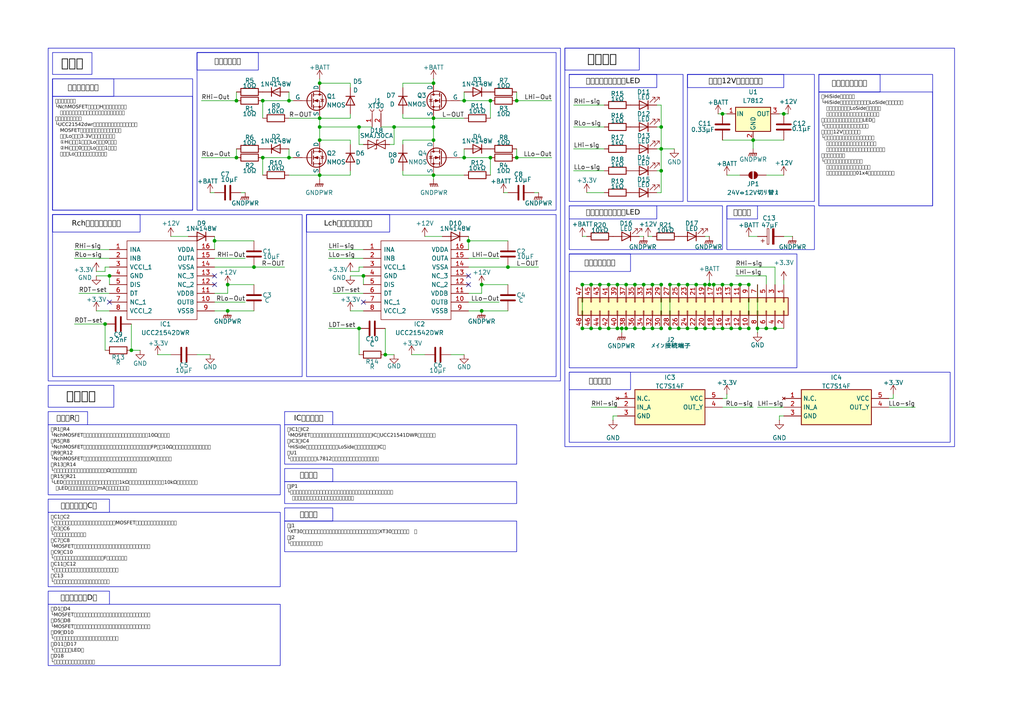
<source format=kicad_sch>
(kicad_sch (version 20231120) (generator "eeschema") (generator_version "8.0")
  (paper "A4")
  (lib_symbols
    (symbol "Connector:Conn_01x02_Socket" (pin_names (offset 1.016) hide)
      (property "Reference" "J" (at 0 2.54 0))
      (property "Value" "Conn_01x02_Socket" (at 0 -5.08 0))
      (symbol "Conn_01x02_Socket_1_1"
        (pin passive line (at -5.08 0 0) (length 3.81) (name "Pin_1") (number "1"))
        (pin passive line (at -5.08 -2.54 0) (length 3.81) (name "Pin_2") (number "2"))
      )
    )
    (symbol "Connector_Generic:Conn_02x24_Odd_Even" (pin_names (offset 1.016) hide)
      (property "Reference" "J" (at 1.27 30.48 0))
      (property "Value" "Conn_02x24_Odd_Even" (at 1.27 -33.02 0))
      (symbol "Conn_02x24_Odd_Even_1_1"
        (pin passive line (at -5.08 27.94 0) (length 3.81) (name "Pin_1") (number "1"))
        (pin passive line (at 7.62 17.78 180) (length 3.81) (name "Pin_10") (number "10"))
        (pin passive line (at -5.08 15.24 0) (length 3.81) (name "Pin_11") (number "11"))
        (pin passive line (at 7.62 15.24 180) (length 3.81) (name "Pin_12") (number "12"))
        (pin passive line (at -5.08 12.7 0) (length 3.81) (name "Pin_13") (number "13"))
        (pin passive line (at 7.62 12.7 180) (length 3.81) (name "Pin_14") (number "14"))
        (pin passive line (at -5.08 10.16 0) (length 3.81) (name "Pin_15") (number "15"))
        (pin passive line (at 7.62 10.16 180) (length 3.81) (name "Pin_16") (number "16"))
        (pin passive line (at -5.08 7.62 0) (length 3.81) (name "Pin_17") (number "17"))
        (pin passive line (at 7.62 7.62 180) (length 3.81) (name "Pin_18") (number "18"))
        (pin passive line (at -5.08 5.08 0) (length 3.81) (name "Pin_19") (number "19"))
        (pin passive line (at 7.62 27.94 180) (length 3.81) (name "Pin_2") (number "2"))
        (pin passive line (at 7.62 5.08 180) (length 3.81) (name "Pin_20") (number "20"))
        (pin passive line (at -5.08 2.54 0) (length 3.81) (name "Pin_21") (number "21"))
        (pin passive line (at 7.62 2.54 180) (length 3.81) (name "Pin_22") (number "22"))
        (pin passive line (at -5.08 0 0) (length 3.81) (name "Pin_23") (number "23"))
        (pin passive line (at 7.62 0 180) (length 3.81) (name "Pin_24") (number "24"))
        (pin passive line (at -5.08 -2.54 0) (length 3.81) (name "Pin_25") (number "25"))
        (pin passive line (at 7.62 -2.54 180) (length 3.81) (name "Pin_26") (number "26"))
        (pin passive line (at -5.08 -5.08 0) (length 3.81) (name "Pin_27") (number "27"))
        (pin passive line (at 7.62 -5.08 180) (length 3.81) (name "Pin_28") (number "28"))
        (pin passive line (at -5.08 -7.62 0) (length 3.81) (name "Pin_29") (number "29"))
        (pin passive line (at -5.08 25.4 0) (length 3.81) (name "Pin_3") (number "3"))
        (pin passive line (at 7.62 -7.62 180) (length 3.81) (name "Pin_30") (number "30"))
        (pin passive line (at -5.08 -10.16 0) (length 3.81) (name "Pin_31") (number "31"))
        (pin passive line (at 7.62 -10.16 180) (length 3.81) (name "Pin_32") (number "32"))
        (pin passive line (at -5.08 -12.7 0) (length 3.81) (name "Pin_33") (number "33"))
        (pin passive line (at 7.62 -12.7 180) (length 3.81) (name "Pin_34") (number "34"))
        (pin passive line (at -5.08 -15.24 0) (length 3.81) (name "Pin_35") (number "35"))
        (pin passive line (at 7.62 -15.24 180) (length 3.81) (name "Pin_36") (number "36"))
        (pin passive line (at -5.08 -17.78 0) (length 3.81) (name "Pin_37") (number "37"))
        (pin passive line (at 7.62 -17.78 180) (length 3.81) (name "Pin_38") (number "38"))
        (pin passive line (at -5.08 -20.32 0) (length 3.81) (name "Pin_39") (number "39"))
        (pin passive line (at 7.62 25.4 180) (length 3.81) (name "Pin_4") (number "4"))
        (pin passive line (at 7.62 -20.32 180) (length 3.81) (name "Pin_40") (number "40"))
        (pin passive line (at -5.08 -22.86 0) (length 3.81) (name "Pin_41") (number "41"))
        (pin passive line (at 7.62 -22.86 180) (length 3.81) (name "Pin_42") (number "42"))
        (pin passive line (at -5.08 -25.4 0) (length 3.81) (name "Pin_43") (number "43"))
        (pin passive line (at 7.62 -25.4 180) (length 3.81) (name "Pin_44") (number "44"))
        (pin passive line (at -5.08 -27.94 0) (length 3.81) (name "Pin_45") (number "45"))
        (pin passive line (at 7.62 -27.94 180) (length 3.81) (name "Pin_46") (number "46"))
        (pin passive line (at -5.08 -30.48 0) (length 3.81) (name "Pin_47") (number "47"))
        (pin passive line (at 7.62 -30.48 180) (length 3.81) (name "Pin_48") (number "48"))
        (pin passive line (at -5.08 22.86 0) (length 3.81) (name "Pin_5") (number "5"))
        (pin passive line (at 7.62 22.86 180) (length 3.81) (name "Pin_6") (number "6"))
        (pin passive line (at -5.08 20.32 0) (length 3.81) (name "Pin_7") (number "7"))
        (pin passive line (at 7.62 20.32 180) (length 3.81) (name "Pin_8") (number "8"))
        (pin passive line (at -5.08 17.78 0) (length 3.81) (name "Pin_9") (number "9"))
      )
    )
    (symbol "Device:C" (pin_numbers hide) (pin_names (offset 0.254))
      (property "Reference" "C" (at 0.635 2.54 0))
      (property "Value" "C" (at 0.635 -2.54 0))
      (symbol "C_1_1"
        (pin passive line (at 0 3.81 270) (length 2.794) (name "~") (number "1"))
        (pin passive line (at 0 -3.81 90) (length 2.794) (name "~") (number "2"))
      )
    )
    (symbol "Device:C_Polarized" (pin_numbers hide) (pin_names (offset 0.254))
      (property "Reference" "C" (at 0.635 2.54 0))
      (property "Value" "C_Polarized" (at 0.635 -2.54 0))
      (symbol "C_Polarized_1_1"
        (pin passive line (at 0 3.81 270) (length 2.794) (name "~") (number "1"))
        (pin passive line (at 0 -3.81 90) (length 2.794) (name "~") (number "2"))
      )
    )
    (symbol "Device:D" (pin_numbers hide) (pin_names (offset 1.016) hide)
      (property "Reference" "D" (at 0 2.54 0))
      (property "Value" "D" (at 0 -2.54 0))
      (symbol "D_1_1"
        (pin passive line (at -3.81 0 0) (length 2.54) (name "K") (number "1"))
        (pin passive line (at 3.81 0 180) (length 2.54) (name "A") (number "2"))
      )
    )
    (symbol "Device:LED" (pin_numbers hide) (pin_names (offset 1.016) hide)
      (property "Reference" "D" (at 0 2.54 0))
      (property "Value" "LED" (at 0 -2.54 0))
      (symbol "LED_1_1"
        (pin passive line (at -3.81 0 0) (length 2.54) (name "K") (number "1"))
        (pin passive line (at 3.81 0 180) (length 2.54) (name "A") (number "2"))
      )
    )
    (symbol "Device:R" (pin_numbers hide) (pin_names (offset 0))
      (property "Reference" "R" (at 2.032 0 90))
      (property "Value" "R" (at 0 0 90))
      (symbol "R_1_1"
        (pin passive line (at 0 3.81 270) (length 1.27) (name "~") (number "1"))
        (pin passive line (at 0 -3.81 90) (length 1.27) (name "~") (number "2"))
      )
    )
    (symbol "Diode:1N4148W" (pin_numbers hide) (pin_names hide)
      (property "Reference" "D" (at 0 2.54 0))
      (property "Value" "1N4148W" (at 0 -2.54 0))
      (symbol "1N4148W_1_1"
        (pin passive line (at -3.81 0 0) (length 2.54) (name "K") (number "1"))
        (pin passive line (at 3.81 0 180) (length 2.54) (name "A") (number "2"))
      )
    )
    (symbol "Diode:SMAJ30CA" (pin_numbers hide) (pin_names (offset 1.016) hide)
      (property "Reference" "D" (at 0 2.54 0))
      (property "Value" "SMAJ30CA" (at 0 -2.54 0))
      (symbol "SMAJ30CA_1_1"
        (pin passive line (at -3.81 0 0) (length 2.54) (name "A1") (number "1"))
        (pin passive line (at 3.81 0 180) (length 2.54) (name "A2") (number "2"))
      )
    )
    (symbol "Jumper:SolderJumper_2_Open" (pin_numbers hide) (pin_names (offset 0) hide) (exclude_from_sim yes) (in_bom no)
      (property "Reference" "JP" (at 0 2.032 0))
      (property "Value" "SolderJumper_2_Open" (at 0 -2.54 0))
      (symbol "SolderJumper_2_Open_1_1"
        (pin passive line (at -3.81 0 0) (length 2.54) (name "A") (number "1"))
        (pin passive line (at 3.81 0 180) (length 2.54) (name "B") (number "2"))
      )
    )
    (symbol "Regulator_Linear:L7812" (pin_names (offset 0.254))
      (property "Reference" "U" (at -3.81 3.175 0))
      (property "Value" "L7812" (at 0 3.175 0))
      (symbol "L7812_1_1"
        (pin power_in line (at -7.62 0 0) (length 2.54) (name "IN") (number "1"))
        (pin power_in line (at 0 -7.62 90) (length 2.54) (name "GND") (number "2"))
        (pin power_out line (at 7.62 0 180) (length 2.54) (name "OUT") (number "3"))
      )
    )
    (symbol "Simulation_SPICE:NMOS" (pin_numbers hide) (pin_names (offset 0))
      (property "Reference" "Q" (at 5.08 1.27 0))
      (property "Value" "NMOS" (at 5.08 -1.27 0))
      (symbol "NMOS_1_1"
        (pin passive line (at 2.54 5.08 270) (length 2.54) (name "D") (number "1"))
        (pin input line (at -5.08 0 0) (length 2.54) (name "G") (number "2"))
        (pin passive line (at 2.54 -5.08 90) (length 2.54) (name "S") (number "3"))
      )
    )
    (symbol "TC7S14F:TC7S14F"
      (property "Reference" "IC" (at 26.67 7.62 0))
      (property "Value" "TC7S14F" (at 26.67 5.08 0))
      (symbol "TC7S14F_1_1"
        (pin no_connect line (at 0 0 0) (length 5.08) (name "N.C.") (number "1"))
        (pin passive line (at 0 -2.54 0) (length 5.08) (name "IN_A") (number "2"))
        (pin passive line (at 0 -5.08 0) (length 5.08) (name "GND") (number "3"))
        (pin passive line (at 30.48 -2.54 180) (length 5.08) (name "OUT_Y") (number "4"))
        (pin passive line (at 30.48 0 180) (length 5.08) (name "VCC") (number "5"))
      )
    )
    (symbol "UCC21542DWR:UCC21542DWR" (pin_names (offset 0.762))
      (property "Reference" "IC" (at 26.67 7.62 0))
      (property "Value" "UCC21542DWR" (at 26.67 5.08 0))
      (symbol "UCC21542DWR_0_0"
        (pin passive line (at 0 0 0) (length 5.08) (name "INA") (number "1"))
        (pin passive line (at 30.48 -15.24 180) (length 5.08) (name "OUTB") (number "10"))
        (pin passive line (at 30.48 -12.7 180) (length 5.08) (name "VDDB") (number "11"))
        (pin passive line (at 30.48 -10.16 180) (length 5.08) (name "NC_2") (number "12"))
        (pin passive line (at 30.48 -7.62 180) (length 5.08) (name "NC_3") (number "13"))
        (pin passive line (at 30.48 -5.08 180) (length 5.08) (name "VSSA") (number "14"))
        (pin passive line (at 30.48 -2.54 180) (length 5.08) (name "OUTA") (number "15"))
        (pin passive line (at 30.48 0 180) (length 5.08) (name "VDDA") (number "16"))
        (pin passive line (at 0 -2.54 0) (length 5.08) (name "INB") (number "2"))
        (pin passive line (at 0 -5.08 0) (length 5.08) (name "VCCI_1") (number "3"))
        (pin passive line (at 0 -7.62 0) (length 5.08) (name "GND") (number "4"))
        (pin passive line (at 0 -10.16 0) (length 5.08) (name "DIS") (number "5"))
        (pin passive line (at 0 -12.7 0) (length 5.08) (name "DT") (number "6"))
        (pin passive line (at 0 -15.24 0) (length 5.08) (name "NC_1") (number "7"))
        (pin passive line (at 0 -17.78 0) (length 5.08) (name "VCCI_2") (number "8"))
        (pin passive line (at 30.48 -17.78 180) (length 5.08) (name "VSSB") (number "9"))
      )
    )
    (symbol "power:+12V" (power) (pin_numbers hide) (pin_names (offset 0) hide)
      (property "Value" "+12V" (at 0 3.556 0))
      (symbol "+12V_1_1"
        (pin power_in line (at 0 0 90) (length 0) (name "~") (number "1"))
      )
    )
    (symbol "power:+3.3V" (power) (pin_numbers hide) (pin_names (offset 0) hide)
      (property "Value" "+3.3V" (at 0 3.556 0))
      (symbol "+3.3V_1_1"
        (pin power_in line (at 0 0 90) (length 0) (name "~") (number "1"))
      )
    )
    (symbol "power:+BATT" (power) (pin_numbers hide) (pin_names (offset 0) hide)
      (property "Value" "+BATT" (at 0 3.556 0))
      (symbol "+BATT_1_1"
        (pin power_in line (at 0 0 90) (length 0) (name "~") (number "1"))
      )
    )
    (symbol "power:GND" (power) (pin_numbers hide) (pin_names (offset 0) hide)
      (property "Value" "GND" (at 0 -3.81 0))
      (symbol "GND_1_1"
        (pin power_in line (at 0 0 270) (length 0) (name "~") (number "1"))
      )
    )
    (symbol "power:GNDPWR" (power) (pin_numbers hide) (pin_names (offset 0) hide)
      (property "Value" "GNDPWR" (at 0 -3.302 0))
      (symbol "GNDPWR_1_1"
        (pin power_in line (at 0 0 270) (length 0) (name "~") (number "1"))
      )
    )
    (symbol "power:VCC" (power) (pin_numbers hide) (pin_names (offset 0) hide)
      (property "Value" "VCC" (at 0 3.556 0))
      (symbol "VCC_1_1"
        (pin power_in line (at 0 0 90) (length 0) (name "~") (number "1"))
      )
    )
  )
  (junction (at 30.48 93.98))
  (junction (at 181.61 82.55))
  (junction (at 139.7 82.55))
  (junction (at 199.39 95.25))
  (junction (at 222.25 95.25))
  (junction (at 207.01 95.25))
  (junction (at 207.01 82.55))
  (junction (at 209.55 95.25))
  (junction (at 92.71 36.83))
  (junction (at 68.58 45.72))
  (junction (at 125.73 36.83))
  (junction (at 135.89 69.85))
  (junction (at 134.62 29.21))
  (junction (at 191.77 36.83))
  (junction (at 147.32 77.47))
  (junction (at 149.86 29.21))
  (junction (at 196.85 82.55))
  (junction (at 92.71 34.29))
  (junction (at 212.09 95.25))
  (junction (at 209.55 33.02))
  (junction (at 184.15 95.25))
  (junction (at 76.2 29.21))
  (junction (at 171.45 82.55))
  (junction (at 31.75 80.01))
  (junction (at 191.77 43.18))
  (junction (at 83.82 45.72))
  (junction (at 194.31 95.25))
  (junction (at 168.91 82.55))
  (junction (at 114.3 36.83))
  (junction (at 134.62 45.72))
  (junction (at 125.73 24.13))
  (junction (at 173.99 95.25))
  (junction (at 104.14 36.83))
  (junction (at 204.47 95.25))
  (junction (at 179.07 82.55))
  (junction (at 76.2 45.72))
  (junction (at 92.71 24.13))
  (junction (at 194.31 82.55))
  (junction (at 83.82 29.21))
  (junction (at 199.39 82.55))
  (junction (at 217.17 82.55))
  (junction (at 189.23 95.25))
  (junction (at 204.47 82.55))
  (junction (at 196.85 95.25))
  (junction (at 191.77 95.25))
  (junction (at 92.71 40.64))
  (junction (at 212.09 82.55))
  (junction (at 125.73 34.29))
  (junction (at 176.53 95.25))
  (junction (at 214.63 95.25))
  (junction (at 68.58 29.21))
  (junction (at 149.86 45.72))
  (junction (at 209.55 82.55))
  (junction (at 104.14 95.25))
  (junction (at 201.93 82.55))
  (junction (at 205.74 82.55))
  (junction (at 218.44 40.64))
  (junction (at 105.41 80.01))
  (junction (at 171.45 95.25))
  (junction (at 219.71 95.25))
  (junction (at 227.33 33.02))
  (junction (at 186.69 95.25))
  (junction (at 186.69 82.55))
  (junction (at 62.23 69.85))
  (junction (at 217.17 95.25))
  (junction (at 38.1 101.6))
  (junction (at 125.73 40.64))
  (junction (at 214.63 82.55))
  (junction (at 66.04 90.17))
  (junction (at 201.93 95.25))
  (junction (at 224.79 95.25))
  (junction (at 125.73 50.8))
  (junction (at 189.23 82.55))
  (junction (at 181.61 95.25))
  (junction (at 179.07 95.25))
  (junction (at 139.7 90.17))
  (junction (at 180.34 95.25))
  (junction (at 173.99 82.55))
  (junction (at 191.77 49.53))
  (junction (at 142.24 45.72))
  (junction (at 66.04 82.55))
  (junction (at 168.91 95.25))
  (junction (at 191.77 82.55))
  (junction (at 92.71 50.8))
  (junction (at 111.76 102.87))
  (junction (at 176.53 82.55))
  (junction (at 142.24 29.21))
  (junction (at 73.66 77.47))
  (junction (at 184.15 82.55))
  (no_connect (at 135.89 80.01))
  (no_connect (at 105.41 87.63))
  (no_connect (at 62.23 80.01))
  (no_connect (at 31.75 87.63))
  (no_connect (at 62.23 82.55))
  (no_connect (at 135.89 82.55))
  (wire (pts (xy 177.8 121.92) (xy 177.8 120.65)))
  (wire (pts (xy 104.14 95.25) (xy 104.14 102.87)))
  (wire (pts (xy 62.23 68.58) (xy 62.23 69.85)))
  (wire (pts (xy 205.74 81.28) (xy 205.74 82.55)))
  (wire (pts (xy 101.6 33.02) (xy 101.6 34.29)))
  (wire (pts (xy 173.99 95.25) (xy 176.53 95.25)))
  (wire (pts (xy 116.84 40.64) (xy 125.73 40.64)))
  (wire (pts (xy 95.25 72.39) (xy 105.41 72.39)))
  (wire (pts (xy 227.33 68.58) (xy 229.87 68.58)))
  (wire (pts (xy 184.15 95.25) (xy 186.69 95.25)))
  (wire (pts (xy 134.62 34.29) (xy 125.73 34.29)))
  (wire (pts (xy 191.77 95.25) (xy 191.77 82.55)))
  (wire (pts (xy 95.25 95.25) (xy 104.14 95.25)))
  (wire (pts (xy 76.2 45.72) (xy 83.82 45.72)))
  (wire (pts (xy 166.37 36.83) (xy 175.26 36.83)))
  (wire (pts (xy 257.81 118.11) (xy 265.43 118.11)))
  (wire (pts (xy 104.14 77.47) (xy 105.41 77.47)))
  (wire (pts (xy 31.75 80.01) (xy 31.75 82.55)))
  (wire (pts (xy 104.14 36.83) (xy 107.95 36.83)))
  (wire (pts (xy 186.69 95.25) (xy 189.23 95.25)))
  (wire (pts (xy 191.77 43.18) (xy 190.5 43.18)))
  (wire (pts (xy 207.01 82.55) (xy 205.74 82.55)))
  (wire (pts (xy 226.06 33.02) (xy 227.33 33.02)))
  (wire (pts (xy 212.09 82.55) (xy 209.55 82.55)))
  (wire (pts (xy 199.39 82.55) (xy 196.85 82.55)))
  (wire (pts (xy 62.23 69.85) (xy 73.66 69.85)))
  (wire (pts (xy 160.02 45.72) (xy 149.86 45.72)))
  (wire (pts (xy 190.5 30.48) (xy 191.77 30.48)))
  (wire (pts (xy 101.6 50.8) (xy 92.71 50.8)))
  (wire (pts (xy 191.77 43.18) (xy 195.58 43.18)))
  (wire (pts (xy 204.47 95.25) (xy 201.93 95.25)))
  (wire (pts (xy 142.24 45.72) (xy 134.62 45.72)))
  (wire (pts (xy 92.71 50.8) (xy 92.71 52.07)))
  (wire (pts (xy 146.05 55.88) (xy 147.32 55.88)))
  (wire (pts (xy 101.6 80.01) (xy 105.41 80.01)))
  (wire (pts (xy 62.23 69.85) (xy 62.23 72.39)))
  (wire (pts (xy 209.55 95.25) (xy 207.01 95.25)))
  (wire (pts (xy 104.14 41.91) (xy 104.14 36.83)))
  (wire (pts (xy 114.3 41.91) (xy 114.3 36.83)))
  (wire (pts (xy 76.2 29.21) (xy 76.2 34.29)))
  (wire (pts (xy 213.36 80.01) (xy 222.25 80.01)))
  (wire (pts (xy 177.8 120.65) (xy 179.07 120.65)))
  (wire (pts (xy 189.23 82.55) (xy 186.69 82.55)))
  (wire (pts (xy 224.79 77.47) (xy 224.79 82.55)))
  (wire (pts (xy 214.63 82.55) (xy 212.09 82.55)))
  (wire (pts (xy 186.69 82.55) (xy 184.15 82.55)))
  (wire (pts (xy 166.37 49.53) (xy 175.26 49.53)))
  (wire (pts (xy 190.5 36.83) (xy 191.77 36.83)))
  (wire (pts (xy 210.82 115.57) (xy 209.55 115.57)))
  (wire (pts (xy 201.93 95.25) (xy 199.39 95.25)))
  (wire (pts (xy 160.02 29.21) (xy 149.86 29.21)))
  (wire (pts (xy 83.82 26.67) (xy 83.82 29.21)))
  (wire (pts (xy 30.48 77.47) (xy 31.75 77.47)))
  (wire (pts (xy 209.55 82.55) (xy 207.01 82.55)))
  (wire (pts (xy 92.71 22.86) (xy 92.71 24.13)))
  (wire (pts (xy 219.71 95.25) (xy 219.71 96.52)))
  (wire (pts (xy 134.62 43.18) (xy 134.62 45.72)))
  (wire (pts (xy 62.23 90.17) (xy 66.04 90.17)))
  (wire (pts (xy 57.15 102.87) (xy 60.96 102.87)))
  (wire (pts (xy 227.33 81.28) (xy 227.33 82.55)))
  (wire (pts (xy 191.77 49.53) (xy 191.77 55.88)))
  (wire (pts (xy 156.21 55.88) (xy 154.94 55.88)))
  (wire (pts (xy 168.91 95.25) (xy 171.45 95.25)))
  (wire (pts (xy 134.62 50.8) (xy 125.73 50.8)))
  (wire (pts (xy 116.84 49.53) (xy 116.84 50.8)))
  (wire (pts (xy 116.84 41.91) (xy 116.84 40.64)))
  (wire (pts (xy 181.61 82.55) (xy 179.07 82.55)))
  (wire (pts (xy 96.52 85.09) (xy 105.41 85.09)))
  (wire (pts (xy 171.45 118.11) (xy 179.07 118.11)))
  (wire (pts (xy 170.18 55.88) (xy 175.26 55.88)))
  (wire (pts (xy 135.89 87.63) (xy 144.78 87.63)))
  (wire (pts (xy 191.77 36.83) (xy 191.77 43.18)))
  (wire (pts (xy 219.71 118.11) (xy 227.33 118.11)))
  (wire (pts (xy 125.73 22.86) (xy 125.73 24.13)))
  (wire (pts (xy 134.62 29.21) (xy 133.35 29.21)))
  (wire (pts (xy 168.91 82.55) (xy 168.91 95.25)))
  (wire (pts (xy 209.55 118.11) (xy 218.44 118.11)))
  (wire (pts (xy 83.82 45.72) (xy 85.09 45.72)))
  (wire (pts (xy 139.7 82.55) (xy 139.7 85.09)))
  (wire (pts (xy 60.96 55.88) (xy 62.23 55.88)))
  (wire (pts (xy 114.3 36.83) (xy 125.73 36.83)))
  (wire (pts (xy 212.09 95.25) (xy 209.55 95.25)))
  (wire (pts (xy 116.84 25.4) (xy 116.84 24.13)))
  (wire (pts (xy 27.94 90.17) (xy 31.75 90.17)))
  (wire (pts (xy 149.86 43.18) (xy 149.86 45.72)))
  (wire (pts (xy 142.24 29.21) (xy 134.62 29.21)))
  (wire (pts (xy 222.25 50.8) (xy 227.33 50.8)))
  (wire (pts (xy 83.82 50.8) (xy 92.71 50.8)))
  (wire (pts (xy 104.14 77.47) (xy 104.14 78.74)))
  (wire (pts (xy 224.79 95.25) (xy 227.33 95.25)))
  (wire (pts (xy 104.14 41.91) (xy 105.41 41.91)))
  (wire (pts (xy 214.63 95.25) (xy 212.09 95.25)))
  (wire (pts (xy 227.33 33.02) (xy 228.6 33.02)))
  (wire (pts (xy 259.08 114.3) (xy 259.08 115.57)))
  (wire (pts (xy 38.1 93.98) (xy 38.1 101.6)))
  (wire (pts (xy 214.63 50.8) (xy 210.82 50.8)))
  (wire (pts (xy 92.71 36.83) (xy 104.14 36.83)))
  (wire (pts (xy 139.7 90.17) (xy 147.32 90.17)))
  (wire (pts (xy 111.76 102.87) (xy 114.3 102.87)))
  (wire (pts (xy 217.17 68.58) (xy 219.71 68.58)))
  (wire (pts (xy 190.5 49.53) (xy 191.77 49.53)))
  (wire (pts (xy 171.45 95.25) (xy 173.99 95.25)))
  (wire (pts (xy 62.23 85.09) (xy 66.04 85.09)))
  (wire (pts (xy 135.89 68.58) (xy 135.89 69.85)))
  (wire (pts (xy 101.6 34.29) (xy 92.71 34.29)))
  (wire (pts (xy 123.19 68.58) (xy 128.27 68.58)))
  (wire (pts (xy 189.23 95.25) (xy 191.77 95.25)))
  (wire (pts (xy 213.36 77.47) (xy 224.79 77.47)))
  (wire (pts (xy 101.6 24.13) (xy 92.71 24.13)))
  (wire (pts (xy 66.04 82.55) (xy 66.04 85.09)))
  (wire (pts (xy 92.71 36.83) (xy 92.71 40.64)))
  (wire (pts (xy 27.94 80.01) (xy 31.75 80.01)))
  (wire (pts (xy 139.7 82.55) (xy 147.32 82.55)))
  (wire (pts (xy 217.17 95.25) (xy 217.17 82.55)))
  (wire (pts (xy 30.48 78.74) (xy 27.94 78.74)))
  (wire (pts (xy 217.17 82.55) (xy 214.63 82.55)))
  (wire (pts (xy 83.82 29.21) (xy 85.09 29.21)))
  (wire (pts (xy 173.99 82.55) (xy 171.45 82.55)))
  (wire (pts (xy 38.1 101.6) (xy 40.64 101.6)))
  (wire (pts (xy 179.07 95.25) (xy 180.34 95.25)))
  (wire (pts (xy 205.74 68.58) (xy 204.47 68.58)))
  (wire (pts (xy 116.84 24.13) (xy 125.73 24.13)))
  (wire (pts (xy 209.55 33.02) (xy 210.82 33.02)))
  (wire (pts (xy 101.6 25.4) (xy 101.6 24.13)))
  (wire (pts (xy 179.07 82.55) (xy 176.53 82.55)))
  (wire (pts (xy 176.53 95.25) (xy 179.07 95.25)))
  (wire (pts (xy 135.89 85.09) (xy 139.7 85.09)))
  (wire (pts (xy 176.53 82.55) (xy 173.99 82.55)))
  (wire (pts (xy 101.6 41.91) (xy 101.6 40.64)))
  (wire (pts (xy 71.12 55.88) (xy 69.85 55.88)))
  (wire (pts (xy 134.62 26.67) (xy 134.62 29.21)))
  (wire (pts (xy 66.04 90.17) (xy 73.66 90.17)))
  (wire (pts (xy 218.44 40.64) (xy 218.44 43.18)))
  (wire (pts (xy 222.25 95.25) (xy 224.79 95.25)))
  (wire (pts (xy 205.74 82.55) (xy 204.47 82.55)))
  (wire (pts (xy 135.89 74.93) (xy 144.78 74.93)))
  (wire (pts (xy 180.34 95.25) (xy 181.61 95.25)))
  (wire (pts (xy 180.34 96.52) (xy 180.34 95.25)))
  (wire (pts (xy 101.6 40.64) (xy 92.71 40.64)))
  (wire (pts (xy 62.23 74.93) (xy 71.12 74.93)))
  (wire (pts (xy 66.04 82.55) (xy 73.66 82.55)))
  (wire (pts (xy 191.77 49.53) (xy 191.77 43.18)))
  (wire (pts (xy 219.71 95.25) (xy 222.25 95.25)))
  (wire (pts (xy 58.42 45.72) (xy 68.58 45.72)))
  (wire (pts (xy 113.03 41.91) (xy 114.3 41.91)))
  (wire (pts (xy 30.48 93.98) (xy 30.48 101.6)))
  (wire (pts (xy 210.82 114.3) (xy 210.82 115.57)))
  (wire (pts (xy 190.5 55.88) (xy 191.77 55.88)))
  (wire (pts (xy 125.73 36.83) (xy 125.73 40.64)))
  (wire (pts (xy 222.25 80.01) (xy 222.25 82.55)))
  (wire (pts (xy 95.25 74.93) (xy 105.41 74.93)))
  (wire (pts (xy 68.58 43.18) (xy 68.58 45.72)))
  (wire (pts (xy 204.47 82.55) (xy 201.93 82.55)))
  (wire (pts (xy 76.2 29.21) (xy 83.82 29.21)))
  (wire (pts (xy 219.71 82.55) (xy 219.71 95.25)))
  (wire (pts (xy 45.72 102.87) (xy 49.53 102.87)))
  (wire (pts (xy 68.58 26.67) (xy 68.58 29.21)))
  (wire (pts (xy 83.82 43.18) (xy 83.82 45.72)))
  (wire (pts (xy 208.28 33.02) (xy 209.55 33.02)))
  (wire (pts (xy 119.38 102.87) (xy 123.19 102.87)))
  (wire (pts (xy 194.31 95.25) (xy 194.31 82.55)))
  (wire (pts (xy 142.24 29.21) (xy 142.24 34.29)))
  (wire (pts (xy 21.59 74.93) (xy 31.75 74.93)))
  (wire (pts (xy 101.6 90.17) (xy 105.41 90.17)))
  (wire (pts (xy 226.06 120.65) (xy 227.33 120.65)))
  (wire (pts (xy 116.84 50.8) (xy 125.73 50.8)))
  (wire (pts (xy 58.42 29.21) (xy 68.58 29.21)))
  (wire (pts (xy 130.81 102.87) (xy 134.62 102.87)))
  (wire (pts (xy 92.71 34.29) (xy 92.71 36.83)))
  (wire (pts (xy 181.61 95.25) (xy 184.15 95.25)))
  (wire (pts (xy 83.82 34.29) (xy 92.71 34.29)))
  (wire (pts (xy 218.44 40.64) (xy 227.33 40.64)))
  (wire (pts (xy 196.85 82.55) (xy 194.31 82.55)))
  (wire (pts (xy 62.23 77.47) (xy 73.66 77.47)))
  (wire (pts (xy 135.89 69.85) (xy 135.89 72.39)))
  (wire (pts (xy 116.84 34.29) (xy 125.73 34.29)))
  (wire (pts (xy 110.49 36.83) (xy 114.3 36.83)))
  (wire (pts (xy 135.89 90.17) (xy 139.7 90.17)))
  (wire (pts (xy 191.77 82.55) (xy 189.23 82.55)))
  (wire (pts (xy 116.84 33.02) (xy 116.84 34.29)))
  (wire (pts (xy 217.17 95.25) (xy 214.63 95.25)))
  (wire (pts (xy 21.59 72.39) (xy 31.75 72.39)))
  (wire (pts (xy 135.89 69.85) (xy 147.32 69.85)))
  (wire (pts (xy 62.23 87.63) (xy 71.12 87.63)))
  (wire (pts (xy 199.39 95.25) (xy 196.85 95.25)))
  (wire (pts (xy 134.62 45.72) (xy 133.35 45.72)))
  (wire (pts (xy 226.06 121.92) (xy 226.06 120.65)))
  (wire (pts (xy 259.08 115.57) (xy 257.81 115.57)))
  (wire (pts (xy 49.53 68.58) (xy 54.61 68.58)))
  (wire (pts (xy 111.76 95.25) (xy 111.76 102.87)))
  (wire (pts (xy 125.73 50.8) (xy 125.73 52.07)))
  (wire (pts (xy 135.89 77.47) (xy 147.32 77.47)))
  (wire (pts (xy 186.69 68.58) (xy 185.42 68.58)))
  (wire (pts (xy 73.66 77.47) (xy 82.55 77.47)))
  (wire (pts (xy 21.59 93.98) (xy 30.48 93.98)))
  (wire (pts (xy 196.85 95.25) (xy 194.31 95.25)))
  (wire (pts (xy 22.86 85.09) (xy 31.75 85.09)))
  (wire (pts (xy 149.86 26.67) (xy 149.86 29.21)))
  (wire (pts (xy 166.37 30.48) (xy 175.26 30.48)))
  (wire (pts (xy 101.6 49.53) (xy 101.6 50.8)))
  (wire (pts (xy 76.2 45.72) (xy 76.2 50.8)))
  (wire (pts (xy 209.55 40.64) (xy 218.44 40.64)))
  (wire (pts (xy 105.41 80.01) (xy 105.41 82.55)))
  (wire (pts (xy 125.73 34.29) (xy 125.73 36.83)))
  (wire (pts (xy 142.24 45.72) (xy 142.24 50.8)))
  (wire (pts (xy 191.77 30.48) (xy 191.77 36.83)))
  (wire (pts (xy 187.96 68.58) (xy 189.23 68.58)))
  (wire (pts (xy 201.93 82.55) (xy 199.39 82.55)))
  (wire (pts (xy 30.48 77.47) (xy 30.48 78.74)))
  (wire (pts (xy 171.45 82.55) (xy 168.91 82.55)))
  (wire (pts (xy 168.91 68.58) (xy 170.18 68.58)))
  (wire (pts (xy 207.01 95.25) (xy 204.47 95.25)))
  (wire (pts (xy 104.14 78.74) (xy 101.6 78.74)))
  (wire (pts (xy 147.32 77.47) (xy 156.21 77.47)))
  (wire (pts (xy 184.15 82.55) (xy 181.61 82.55)))
  (wire (pts (xy 166.37 43.18) (xy 175.26 43.18)))
  (rectangle (start 237.49 21.59) (end 270.51 59.69))
  (rectangle (start 13.97 13.97) (end 162.56 110.49))
  (rectangle (start 199.39 21.59) (end 236.22 58.42))
  (rectangle (start 165.1 59.69) (end 209.55 72.39))
  (rectangle (start 15.24 22.86) (end 55.88 60.96))
  (rectangle (start 165.1 21.59) (end 198.12 58.42))
  (rectangle (start 57.15 15.24) (end 161.29 60.96))
  (rectangle (start 165.1 73.66) (end 231.14 106.68))
  (rectangle (start 163.83 13.97) (end 276.86 129.54))
  (rectangle (start 88.9 62.23) (end 161.29 109.22))
  (rectangle (start 210.82 59.69) (end 236.22 72.39))
  (rectangle (start 165.1 107.95) (end 275.59 128.27))
  (rectangle (start 15.24 62.23) (end 87.63 109.22))
  (text_box "主回路" (at 15.24 15.24 0) (size 11.43 6.35) (effects (font (size 2.54 2.54) (thickness 0.508) (bold yes))))
  (text_box "ジャンパ" (at 82.55 135.89 0) (size 13.97 3.81) (effects (font (size 1.524 1.524))))
  (text_box "Rchゲートドライバ部" (at 15.24 62.23 0) (size 25.4 5.08) (effects (font (size 1.524 1.524))))
  (text_box "〇J1\n└XT30で出力する．基板のマスクのあたりから，線を生やして，XT30とつなぐ予定　．\n〇J2\n└丼モタ規格のコネクタ．" (at 82.55 151.13 0) (size 67.31 8.89) (effects (font (size 1.016 1.016)) (justify left top)))
  (text_box "Ｈブリッジ部" (at 57.15 15.24 0) (size 17.78 5.08) (effects (font (size 1.524 1.524))))
  (text_box "接続コネクタ部" (at 165.1 73.66 0) (size 17.78 5.08) (effects (font (size 1.524 1.524))))
  (text_box "信号系インジケータLED" (at 165.1 21.59 0) (size 25.4 3.81) (effects (font (size 1.524 1.524))))
  (text_box "Lchゲートドライバ部" (at 88.9 62.23 0) (size 24.13 5.08) (effects (font (size 1.524 1.524))))
  (text_box "〇HiSide信号切替部\n└HiSideの信号を反転させて，LoSideに入力する．\n　反転させないと，LoSideにも信号を\n　入れる必要が出てくるのでないと厄介．\n〇駆動系・信号系インジケータLED部\n└動作確認のために並列につける。\n〇制御用12V生成・切替部\n└降圧には三端子レギュレータを使用。\n　リポバッテリー使用時は三端子使用。\n　使わない場合はジャンパでショートさせる。\n〇接続コネクタ部\n└丼モタ規格の接続コネクタ。\n　しかしローサイドの信号ピンは、\n　基本使用しないので、01x4ピンではんだ付け。" (at 237.49 26.67 0) (size 33.02 33.02) (effects (font (size 1.016 1.016)) (justify left top)))
  (text_box "〇C1～C2\n└ブートストラップコンデンサ．ハイサイド側のMOSFETをターンオンするのに用いる．\n〇C3～C6\n└整流用コンデンサかなぁ\n〇C7～C8\n└MOSFETをターンオンしたときの，電圧降下分を補うコンデンサ．\n〇C9～C10\n└デッドタイム挿入用のコンデンサ．何F必要か知らぬ．\n〇C11～C12\n└三端子レギュレータの発振防止用のコンデンサ．\n〇C13\n└バイパスコンデンサ．ノイズ吸収させる．" (at 13.97 148.59 0) (size 67.31 21.59) (effects (font (size 1.016 1.016)) (justify left top)))
  (text_box "コネクタ" (at 82.55 147.32 0) (size 13.97 3.81) (effects (font (size 1.524 1.524))))
  (text_box "パスコン" (at 210.82 59.69 0) (size 8.89 3.81) (effects (font (size 1.524 1.524))))
  (text_box "補助回路コメント" (at 237.49 21.59 0) (size 17.78 5.08) (effects (font (size 1.524 1.524))))
  (text_box "補助回路" (at 163.83 13.97 0) (size 21.59 6.35) (effects (font (size 2.54 2.54) (thickness 0.4064) (bold yes))))
  (text_box "駆動系インジケータLED" (at 165.1 59.69 0) (size 25.4 3.81) (effects (font (size 1.524 1.524))))
  (text_box "・D1～D4\n└MOSFETのゲートに充電された電気の吸出．ターンオンを早める．\n・D5～D8\n└MOSFETに逆並列に付け，モーターの逆起電力ノイズを吸収する．\n・D9～D10\n└ブートストラップコンデンサの充電の逆流防止．\n・D11～D17\n└インジケータLED．\n・D18\n└モーターの逆起電力ノイズ吸収" (at 13.97 175.26 0) (size 67.31 17.78) (effects (font (size 1.016 1.016)) (justify left top)))
  (text_box "IC・集積回路" (at 82.55 119.38 0) (size 13.97 3.81) (effects (font (size 1.524 1.524))))
  (text_box "制御用12V生成・切替部" (at 199.39 21.59 0) (size 27.94 3.81) (effects (font (size 1.524 1.524))))
  (text_box "部品詳細" (at 13.97 111.76 0) (size 19.05 6.35) (effects (font (size 2.54 2.54) (thickness 0.508) (bold yes))))
  (text_box "コンデンサ「C」" (at 13.97 144.78 0) (size 17.78 3.81) (effects (font (size 1.524 1.524))))
  (text_box "〇Ｈブリッジ部\n└NchMOSFETを用いてHブリッジを構成。\n　ゲートドライバ部にブートストラップ回路あり。\n〇ゲートドライバ部\n└UCC21542dwrというゲートドライバを用いて、\n　MOSFET制御用の信号を処理している。\n　常時Lo入力に3.3Vをかけることで、\n　①Hi入力が1の時、Lo出力が0になる\n　②Hi入力が0の時、Lo出力が1になる\n　というLoの反転出力にしている。" (at 15.24 27.94 0) (size 40.64 33.02) (effects (font (size 1.016 1.016)) (justify left top)))
  (text_box "〇R1～R4\n└NchMOSFETのオン抵抗．オンスピードとノイズ対策のために10Ωを選定．\n〇R5～R8\n└NchMOSFETのオフ抵抗．内心要らないのではないかと思うが，FPには10Ωがついてたのでそれにした．\n〇R9～R12\n└NchMOSFETのプルダウン抵抗．ゲートに信号がかからない時，0に論理固定．\n〇R13～R14\n└デッドタイムを挿入するための抵抗．何Ωいるのか知らない．\n〇R15～R21\n└LEDの電流制限抵抗．信号系のインジケータは1kΩ，駆動系のインジケータは10kΩの抵抗にする．\n　（LEDに流れる電流を「一桁mA」程度にする．）" (at 13.97 123.19 0) (size 67.31 20.32) (effects (font (size 1.016 1.016)) (justify left top)))
  (text_box "ダイオード「D」" (at 13.97 171.45 0) (size 17.78 3.81) (effects (font (size 1.524 1.524))))
  (text_box "〇JP1\n└ニッケル水素電池を用いる場合，制御用電源をそこから取るためのジャンパ．\n　リポバッテリー使用時はオープンにすること．" (at 82.55 139.7 0) (size 67.31 6.35) (effects (font (size 1.016 1.016)) (justify left top)))
  (text_box "主回路コメント" (at 15.24 22.86 0) (size 17.78 5.08) (effects (font (size 1.524 1.524))))
  (text_box "〇IC1～IC2\n└MOSFET駆動用ゲートドライバ．絶縁型ハーフブリッジIC「UCC21541DWR」を用いる．\n〇IC3～IC4\n└HiSide信号を反転出力にして，LoSide信号にするためのIC．\n〇U1\n└三端子レギュレータL7812を用いる．制御系の電源に用いる．" (at 82.55 123.19 0) (size 67.31 11.43) (effects (font (size 1.016 1.016)) (justify left top)))
  (text_box "信号反転部" (at 165.1 107.95 0) (size 17.78 5.08) (effects (font (size 1.524 1.524))))
  (text_box "抵抗「R」" (at 13.97 119.38 0) (size 11.43 3.81) (effects (font (size 1.524 1.524))))
  (label "R-OUT" (at 83.82 34.29 0))
  (label "LHi-Out" (at 160.02 29.21 180))
  (label "LHi-sig" (at 95.25 72.39 0))
  (label "RHi-sig" (at 21.59 72.39 0))
  (label "R-OUT" (at 82.55 77.47 180))
  (label "RHi-sig" (at 171.45 118.11 0))
  (label "LHi-sig" (at 219.71 118.11 0))
  (label "LLo-sig" (at 95.25 74.93 0))
  (label "LHi-sig" (at 166.37 43.18 0))
  (label "RDT-set" (at 21.59 93.98 0))
  (label "RLo-sig" (at 166.37 36.83 0))
  (label "L-OUT" (at 134.62 34.29 180))
  (label "RDT-set" (at 22.86 85.09 0))
  (label "L-OUT" (at 156.21 77.47 180))
  (label "RLo-sig" (at 218.44 118.11 180))
  (label "LHi-sig" (at 213.36 80.01 0))
  (label "LDT-set" (at 95.25 95.25 0))
  (label "LLo-sig" (at 166.37 49.53 0))
  (label "RLo-Out" (at 58.42 45.72 0))
  (label "RHi-sig" (at 166.37 30.48 0))
  (label "RHi-Out" (at 71.12 74.93 180))
  (label "LHi-Out" (at 144.78 74.93 180))
  (label "LDT-set" (at 96.52 85.09 0))
  (label "RLo-Out" (at 71.12 87.63 180))
  (label "RHi-Out" (at 58.42 29.21 0))
  (label "LLo-sig" (at 265.43 118.11 180))
  (label "LLo-Out" (at 144.78 87.63 180))
  (label "RHi-sig" (at 213.36 77.47 0))
  (label "LLo-Out" (at 160.02 45.72 180))
  (label "RLo-sig" (at 21.59 74.93 0))
  (symbol (lib_id "power:+BATT") (at 210.82 50.8 0) (unit 1)
    (property "Reference" "#PWR035" (effects (hide yes)))
    (property "Value" "+BATT" (at 210.82 47.498 0))
    (property "Description" "Power symbol creates a global label with name \"+BATT\"" (effects (hide yes)))
  )
  (symbol (lib_id "Device:R") (at 179.07 55.88 90) (unit 1)
    (property "Reference" "R19" (at 179.07 52.578 90))
    (property "Value" "1kΩ" (at 179.07 54.102 90))
    (property "Description" "Resistor" (effects (hide yes)))
  )
  (symbol (lib_id "Device:R") (at 72.39 29.21 90) (unit 1)
    (property "Reference" "R1" (at 72.39 31.496 90))
    (property "Value" "10Ω" (at 72.39 33.02 90))
    (property "Footprint" "Resistor_SMD:R_0603_1608Metric" (effects (hide yes)))
    (property "Description" "Resistor" (effects (hide yes)))
  )
  (symbol (lib_id "power:VCC") (at 101.6 78.74 0) (unit 1)
    (property "Reference" "#PWR07" (effects (hide yes)))
    (property "Value" "+3.3V" (at 94.996 78.232 0) (effects (justify left)))
    (property "Description" "Power symbol creates a global label with name \"VCC\"" (effects (hide yes)))
  )
  (symbol (lib_id "power:+BATT") (at 92.71 22.86 0) (unit 1)
    (property "Reference" "#PWR019" (effects (hide yes)))
    (property "Value" "+BATT" (at 92.71 19.558 0))
    (property "Description" "Power symbol creates a global label with name \"+BATT\"" (effects (hide yes)))
  )
  (symbol (lib_id "power:GNDPWR") (at 186.69 68.58 0) (unit 1)
    (property "Reference" "#PWR014" (effects (hide yes)))
    (property "Value" "GNDPWR" (at 186.436 71.628 0))
    (property "Description" "Power symbol creates a global label with name \"GNDPWR\" , global ground" (effects (hide yes)))
  )
  (symbol (lib_id "Diode:1N4148W") (at 80.01 43.18 0) (unit 1)
    (property "Reference" "D2" (at 80.01 39.624 0))
    (property "Value" "1N4148W" (at 80.01 40.894 0))
    (property "Footprint" "Diode_SMD:D_SOD-123" (effects (hide yes)))
    (property "Datasheet" "https://www.vishay.com/docs/85748/1n4148w.pdf" (effects (hide yes)))
    (property "Description" "75V 0.15A Fast Switching Diode, SOD-123" (effects (hide yes)))
    (property "Sim.Device" "D" (effects (hide yes)))
    (property "Sim.Pins" "1=K 2=A" (effects (hide yes)))
  )
  (symbol (lib_id "UCC21542DWR:UCC21542DWR") (at 105.41 72.39 0) (unit 1)
    (property "Reference" "IC2" (at 121.666 93.98 0))
    (property "Value" "UCC21542DWR" (at 121.666 96.52 0))
    (property "Footprint" "Package_SO:SOIC-16W_7.5x10.3mm_P1.27mm" (effects (hide yes)))
    (property "Datasheet" "https://www.ti.com/lit/ds/symlink/ucc21542.pdf?ts=1623395410745&ref_url=https%253A%252F%252Fwww.ti.com%252Fstore%252Fti%252Fen%252Fp%252Fproduct%252F%253Fp%253DUCC21542DWKR" (effects (hide yes)))
    (property "Description" "Gate Drivers Reinforced isolation dual-channel gate driver with 3.3-mm channel-to-channel spacing option 16-SOIC -40 to 125" (effects (hide yes)))
    (property "Description_1" "Gate Drivers Reinforced isolation dual-channel gate driver with 3.3-mm channel-to-channel spacing option 16-SOIC -40 to 125" (effects (hide yes)))
    (property "Height" "2.65" (effects (hide yes)))
    (property "Manufacturer_Name" "Texas Instruments" (effects (hide yes)))
    (property "Manufacturer_Part_Number" "UCC21542DWR" (effects (hide yes)))
  )
  (symbol (lib_id "power:GND") (at 177.8 121.92 0) (unit 1)
    (property "Reference" "#PWR036" (effects (hide yes)))
    (property "Value" "GND" (at 177.8 127 0))
    (property "Description" "Power symbol creates a global label with name \"GND\" , ground" (effects (hide yes)))
  )
  (symbol (lib_id "Simulation_SPICE:NMOS") (at 128.27 29.21 0) (mirror y) (unit 1)
    (property "Reference" "Q3" (at 123.698 27.686 0) (effects (justify left)))
    (property "Value" "NMOS" (at 123.698 30.226 0) (effects (justify left)))
    (property "Footprint" "Package_TO_SOT_SMD:TO-263-2" (effects (hide yes)))
    (property "Datasheet" "https://ngspice.sourceforge.io/docs/ngspice-html-manual/manual.xhtml#cha_MOSFETs" (effects (hide yes)))
    (property "Description" "N-MOSFET transistor, drain/source/gate" (effects (hide yes)))
    (property "Sim.Device" "NMOS" (effects (hide yes)))
    (property "Sim.Type" "VDMOS" (effects (hide yes)))
    (property "Sim.Pins" "1=D 2=G 3=S" (effects (hide yes)))
  )
  (symbol (lib_id "Device:C") (at 66.04 55.88 90) (unit 1)
    (property "Reference" "C7" (at 65.278 50.546 90))
    (property "Value" "10μF" (at 66.548 52.07 90))
    (property "Footprint" "Capacitor_SMD:C_0805_2012Metric" (effects (hide yes)))
    (property "Description" "Unpolarized capacitor" (effects (hide yes)))
  )
  (symbol (lib_id "power:GNDPWR") (at 92.71 52.07 0) (unit 1)
    (property "Reference" "#PWR020" (effects (hide yes)))
    (property "Value" "GNDPWR" (at 92.583 55.88 0))
    (property "Description" "Power symbol creates a global label with name \"GNDPWR\" , global ground" (effects (hide yes)))
  )
  (symbol (lib_id "Device:C") (at 127 102.87 90) (unit 1)
    (property "Reference" "C6" (at 127 105.918 90))
    (property "Value" "10μF" (at 127 107.442 90))
    (property "Footprint" "Capacitor_SMD:C_0805_2012Metric" (effects (hide yes)))
    (property "Description" "Unpolarized capacitor" (effects (hide yes)))
  )
  (symbol (lib_id "power:+BATT") (at 208.28 33.02 0) (unit 1)
    (property "Reference" "#PWR034" (effects (hide yes)))
    (property "Value" "+BATT" (at 208.28 29.718 0))
    (property "Description" "Power symbol creates a global label with name \"+BATT\"" (effects (hide yes)))
  )
  (symbol (lib_id "Device:C") (at 107.95 95.25 90) (unit 1)
    (property "Reference" "C10" (at 107.95 98.298 90))
    (property "Value" "C" (at 107.95 99.822 90))
    (property "Footprint" "Capacitor_SMD:C_0603_1608Metric" (effects (hide yes)))
    (property "Description" "Unpolarized capacitor" (effects (hide yes)))
  )
  (symbol (lib_id "Device:C") (at 227.33 36.83 0) (unit 1)
    (property "Reference" "C12" (at 229.87 35.814 0) (effects (justify left)))
    (property "Value" "0.1μF" (at 229.616 37.338 0) (effects (justify left)))
    (property "Footprint" "Capacitor_SMD:C_0603_1608Metric" (effects (hide yes)))
    (property "Description" "Unpolarized capacitor" (effects (hide yes)))
  )
  (symbol (lib_id "power:VCC") (at 45.72 102.87 0) (unit 1)
    (property "Reference" "#PWR01" (effects (hide yes)))
    (property "Value" "+3.3V" (at 42.926 99.568 0) (effects (justify left)))
    (property "Description" "Power symbol creates a global label with name \"VCC\"" (effects (hide yes)))
  )
  (symbol (lib_id "Device:R") (at 107.95 102.87 90) (unit 1)
    (property "Reference" "R14" (at 107.95 104.902 90))
    (property "Value" "R" (at 107.95 106.426 90))
    (property "Footprint" "Resistor_SMD:R_0603_1608Metric" (effects (hide yes)))
    (property "Description" "Resistor" (effects (hide yes)))
  )
  (symbol (lib_id "Connector_Generic:Conn_02x24_Odd_Even") (at 199.39 87.63 270) (unit 1)
    (property "Reference" "J2" (at 193.294 98.552 90) (effects (justify left)))
    (property "Value" "メイン接続端子" (at 188.722 100.33 90) (effects (justify left)))
    (property "Footprint" "Connector_PinHeader_2.54mm:PinHeader_2x24_P2.54mm_Vertical" (effects (hide yes)))
    (property "Description" "Generic connector, double row, 02x24, odd/even pin numbering scheme (row 1 odd numbers, row 2 even numbers), script generated (kicad-library-utils/schlib/autogen/connector/)" (effects (hide yes)))
  )
  (symbol (lib_id "power:GND") (at 40.64 101.6 0) (unit 1)
    (property "Reference" "#PWR044" (effects (hide yes)))
    (property "Value" "GND" (at 40.64 105.41 0))
    (property "Description" "Power symbol creates a global label with name \"GND\" , ground" (effects (hide yes)))
  )
  (symbol (lib_id "Device:R") (at 146.05 26.67 270) (mirror x) (unit 1)
    (property "Reference" "R7" (at 146.05 23.368 90))
    (property "Value" "10Ω" (at 146.05 24.892 90))
    (property "Footprint" "Resistor_SMD:R_0603_1608Metric" (effects (hide yes)))
    (property "Description" "Resistor" (effects (hide yes)))
  )
  (symbol (lib_id "power:GNDPWR") (at 180.34 96.52 0) (unit 1)
    (property "Reference" "#PWR028" (effects (hide yes)))
    (property "Value" "GNDPWR" (at 180.213 100.33 0))
    (property "Description" "Power symbol creates a global label with name \"GNDPWR\" , global ground" (effects (hide yes)))
  )
  (symbol (lib_id "Device:C") (at 147.32 86.36 0) (unit 1)
    (property "Reference" "C4" (at 151.13 85.598 0))
    (property "Value" "C" (at 151.13 87.122 0))
    (property "Footprint" "Capacitor_SMD:C_0805_2012Metric" (effects (hide yes)))
    (property "Description" "Unpolarized capacitor" (effects (hide yes)))
  )
  (symbol (lib_id "power:+3.3V") (at 101.6 90.17 0) (unit 1)
    (property "Reference" "#PWR09" (effects (hide yes)))
    (property "Value" "+3.3V" (at 101.6 86.868 0))
    (property "Description" "Power symbol creates a global label with name \"+3.3V\"" (effects (hide yes)))
  )
  (symbol (lib_id "Device:R") (at 80.01 34.29 270) (unit 1)
    (property "Reference" "R9" (at 80.01 30.734 90))
    (property "Value" "10kΩ" (at 80.01 32.258 90))
    (property "Footprint" "Resistor_SMD:R_0603_1608Metric" (effects (hide yes)))
    (property "Description" "Resistor" (effects (hide yes)))
  )
  (symbol (lib_id "power:GNDPWR") (at 205.74 68.58 0) (unit 1)
    (property "Reference" "#PWR043" (effects (hide yes)))
    (property "Value" "GNDPWR" (at 205.486 71.628 0))
    (property "Description" "Power symbol creates a global label with name \"GNDPWR\" , global ground" (effects (hide yes)))
  )
  (symbol (lib_id "Device:LED") (at 200.66 68.58 180) (unit 1)
    (property "Reference" "D17" (at 200.66 64.77 0))
    (property "Value" "LED" (at 200.66 66.294 0))
    (property "Description" "Light emitting diode" (effects (hide yes)))
  )
  (symbol (lib_id "Diode:1N4148W") (at 138.43 26.67 0) (mirror y) (unit 1)
    (property "Reference" "D3" (at 138.43 23.114 0))
    (property "Value" "1N4148W" (at 138.43 24.384 0))
    (property "Footprint" "Diode_SMD:D_SOD-123" (effects (hide yes)))
    (property "Datasheet" "https://www.vishay.com/docs/85748/1n4148w.pdf" (effects (hide yes)))
    (property "Description" "75V 0.15A Fast Switching Diode, SOD-123" (effects (hide yes)))
    (property "Sim.Device" "D" (effects (hide yes)))
    (property "Sim.Pins" "1=K 2=A" (effects (hide yes)))
  )
  (symbol (lib_id "power:GND") (at 226.06 121.92 0) (unit 1)
    (property "Reference" "#PWR041" (effects (hide yes)))
    (property "Value" "GND" (at 226.06 127 0))
    (property "Description" "Power symbol creates a global label with name \"GND\" , ground" (effects (hide yes)))
  )
  (symbol (lib_id "Device:R") (at 80.01 50.8 90) (unit 1)
    (property "Reference" "R10" (at 80.01 47.244 90))
    (property "Value" "10kΩ" (at 80.01 48.768 90))
    (property "Footprint" "Resistor_SMD:R_0603_1608Metric" (effects (hide yes)))
    (property "Description" "Resistor" (effects (hide yes)))
  )
  (symbol (lib_id "power:GND") (at 219.71 96.52 0) (unit 1)
    (property "Reference" "#PWR030" (effects (hide yes)))
    (property "Value" "GND" (at 219.71 100.076 0))
    (property "Description" "Power symbol creates a global label with name \"GND\" , ground" (effects (hide yes)))
  )
  (symbol (lib_id "power:GNDPWR") (at 71.12 55.88 0) (unit 1)
    (property "Reference" "#PWR023" (effects (hide yes)))
    (property "Value" "GNDPWR" (at 71.12 58.928 0))
    (property "Description" "Power symbol creates a global label with name \"GNDPWR\" , global ground" (effects (hide yes)))
  )
  (symbol (lib_id "power:+3.3V") (at 168.91 68.58 0) (unit 1)
    (property "Reference" "#PWR013" (effects (hide yes)))
    (property "Value" "+BATT" (at 168.91 65.024 0))
    (property "Description" "Power symbol creates a global label with name \"+3.3V\"" (effects (hide yes)))
  )
  (symbol (lib_id "Device:D") (at 101.6 29.21 270) (unit 1)
    (property "Reference" "D5" (at 102.362 23.622 90) (effects (justify left)))
    (property "Value" "D" (at 102.362 26.162 90) (effects (justify left)))
    (property "Footprint" "Resistor_SMD:R_MELF_MMB-0207" (effects (hide yes)))
    (property "Description" "Diode" (effects (hide yes)))
    (property "Sim.Device" "D" (effects (hide yes)))
    (property "Sim.Pins" "1=K 2=A" (effects (hide yes)))
  )
  (symbol (lib_id "Device:C") (at 34.29 93.98 90) (unit 1)
    (property "Reference" "C9" (at 34.29 97.028 90))
    (property "Value" "2.2nF" (at 34.29 98.552 90))
    (property "Footprint" "Capacitor_SMD:C_0603_1608Metric" (effects (hide yes)))
    (property "Description" "Unpolarized capacitor" (effects (hide yes)))
  )
  (symbol (lib_id "Device:C") (at 73.66 73.66 0) (unit 1)
    (property "Reference" "C1" (at 77.47 72.898 0))
    (property "Value" "10μF" (at 78.74 74.422 0))
    (property "Footprint" "Capacitor_SMD:C_0805_2012Metric" (effects (hide yes)))
    (property "Description" "Unpolarized capacitor" (effects (hide yes)))
  )
  (symbol (lib_id "power:+BATT") (at 205.74 81.28 0) (unit 1)
    (property "Reference" "#PWR029" (effects (hide yes)))
    (property "Value" "+BATT" (at 205.74 77.978 0))
    (property "Description" "Power symbol creates a global label with name \"+BATT\"" (effects (hide yes)))
  )
  (symbol (lib_id "Device:C") (at 147.32 73.66 0) (unit 1)
    (property "Reference" "C2" (at 151.13 72.898 0))
    (property "Value" "10μF" (at 152.4 74.422 0))
    (property "Footprint" "Capacitor_SMD:C_0805_2012Metric" (effects (hide yes)))
    (property "Description" "Unpolarized capacitor" (effects (hide yes)))
  )
  (symbol (lib_id "Simulation_SPICE:NMOS") (at 128.27 45.72 0) (mirror y) (unit 1)
    (property "Reference" "Q4" (at 123.952 44.45 0) (effects (justify left)))
    (property "Value" "NMOS" (at 123.952 46.99 0) (effects (justify left)))
    (property "Footprint" "Package_TO_SOT_SMD:TO-263-2" (effects (hide yes)))
    (property "Datasheet" "https://ngspice.sourceforge.io/docs/ngspice-html-manual/manual.xhtml#cha_MOSFETs" (effects (hide yes)))
    (property "Description" "N-MOSFET transistor, drain/source/gate" (effects (hide yes)))
    (property "Sim.Device" "NMOS" (effects (hide yes)))
    (property "Sim.Type" "VDMOS" (effects (hide yes)))
    (property "Sim.Pins" "1=D 2=G 3=S" (effects (hide yes)))
  )
  (symbol (lib_id "power:GND") (at 114.3 102.87 0) (unit 1)
    (property "Reference" "#PWR018" (effects (hide yes)))
    (property "Value" "GND" (at 114.3 106.172 0))
    (property "Description" "Power symbol creates a global label with name \"GND\" , ground" (effects (hide yes)))
  )
  (symbol (lib_id "power:GNDPWR") (at 156.21 55.88 0) (unit 1)
    (property "Reference" "#PWR026" (effects (hide yes)))
    (property "Value" "GNDPWR" (at 156.21 58.928 0))
    (property "Description" "Power symbol creates a global label with name \"GNDPWR\" , global ground" (effects (hide yes)))
  )
  (symbol (lib_id "power:VCC") (at 227.33 50.8 0) (unit 1)
    (property "Reference" "#PWR037" (effects (hide yes)))
    (property "Value" "+12V" (at 227.33 47.244 0))
    (property "Description" "Power symbol creates a global label with name \"VCC\"" (effects (hide yes)))
  )
  (symbol (lib_id "power:+BATT") (at 60.96 55.88 0) (unit 1)
    (property "Reference" "#PWR017" (effects (hide yes)))
    (property "Value" "+BATT" (at 60.198 52.578 0))
    (property "Description" "Power symbol creates a global label with name \"+BATT\"" (effects (hide yes)))
  )
  (symbol (lib_id "power:+BATT") (at 217.17 68.58 0) (unit 1)
    (property "Reference" "#PWR039" (effects (hide yes)))
    (property "Value" "+BATT" (at 217.17 65.278 0))
    (property "Description" "Power symbol creates a global label with name \"+BATT\"" (effects (hide yes)))
  )
  (symbol (lib_id "Device:R") (at 179.07 30.48 90) (unit 1)
    (property "Reference" "R15" (at 179.07 27.178 90))
    (property "Value" "1kΩ" (at 179.07 28.702 90))
    (property "Footprint" "Resistor_SMD:R_0603_1608Metric" (effects (hide yes)))
    (property "Description" "Resistor" (effects (hide yes)))
  )
  (symbol (lib_id "Device:R") (at 146.05 43.18 270) (mirror x) (unit 1)
    (property "Reference" "R8" (at 146.05 39.878 90))
    (property "Value" "10Ω" (at 146.05 41.402 90))
    (property "Footprint" "Resistor_SMD:R_0603_1608Metric" (effects (hide yes)))
    (property "Description" "Resistor" (effects (hide yes)))
  )
  (symbol (lib_id "Diode:1N4148W") (at 80.01 26.67 0) (unit 1)
    (property "Reference" "D1" (at 80.01 23.114 0))
    (property "Value" "1N4148W" (at 80.01 24.384 0))
    (property "Footprint" "Diode_SMD:D_SOD-123" (effects (hide yes)))
    (property "Datasheet" "https://www.vishay.com/docs/85748/1n4148w.pdf" (effects (hide yes)))
    (property "Description" "75V 0.15A Fast Switching Diode, SOD-123" (effects (hide yes)))
    (property "Sim.Device" "D" (effects (hide yes)))
    (property "Sim.Pins" "1=K 2=A" (effects (hide yes)))
  )
  (symbol (lib_id "TC7S14F:TC7S14F") (at 179.07 115.57 0) (unit 1)
    (property "Reference" "IC3" (at 194.31 109.474 0))
    (property "Value" "TC7S14F" (at 194.31 112.014 0))
    (property "Footprint" "Package_TO_SOT_SMD:SOT-23-5" (effects (hide yes)))
    (property "Datasheet" "https://toshiba.semicon-storage.com/info/docget.jsp?did=20193&prodName=TC7S14F" (effects (hide yes)))
    (property "Description" "One-Gate Logic(L-MOS), Schmitt Inverter, SOT-25(SMV)" (effects (hide yes)))
    (property "Height" "1.4" (effects (hide yes)))
    (property "Manufacturer_Name" "Toshiba" (effects (hide yes)))
    (property "Manufacturer_Part_Number" "TC7S14F" (effects (hide yes)))
    (property "Mouser Part Number" "N/A" (effects (hide yes)))
    (property "Mouser Price/Stock" "https://www.mouser.co.uk/ProductDetail/Toshiba/TC7S14F?qs=svkOdMhXEKoeAqTNBHjHDg%3D%3D" (effects (hide yes)))
  )
  (symbol (lib_id "Device:R") (at 146.05 45.72 270) (mirror x) (unit 1)
    (property "Reference" "R4" (at 146.05 48.006 90))
    (property "Value" "10Ω" (at 146.05 49.53 90))
    (property "Footprint" "Resistor_SMD:R_0603_1608Metric" (effects (hide yes)))
    (property "Description" "Resistor" (effects (hide yes)))
  )
  (symbol (lib_id "power:GNDPWR") (at 125.73 52.07 0) (mirror y) (unit 1)
    (property "Reference" "#PWR022" (effects (hide yes)))
    (property "Value" "GNDPWR" (at 125.857 55.88 0))
    (property "Description" "Power symbol creates a global label with name \"GNDPWR\" , global ground" (effects (hide yes)))
  )
  (symbol (lib_id "UCC21542DWR:UCC21542DWR") (at 31.75 72.39 0) (unit 1)
    (property "Reference" "IC1" (at 48.006 93.98 0))
    (property "Value" "UCC21542DWR" (at 48.006 96.52 0))
    (property "Footprint" "Package_SO:SOIC-16W_7.5x10.3mm_P1.27mm" (effects (hide yes)))
    (property "Datasheet" "https://www.ti.com/lit/ds/symlink/ucc21542.pdf?ts=1623395410745&ref_url=https%253A%252F%252Fwww.ti.com%252Fstore%252Fti%252Fen%252Fp%252Fproduct%252F%253Fp%253DUCC21542DWKR" (effects (hide yes)))
    (property "Description" "Gate Drivers Reinforced isolation dual-channel gate driver with 3.3-mm channel-to-channel spacing option 16-SOIC -40 to 125" (effects (hide yes)))
    (property "Description_1" "Gate Drivers Reinforced isolation dual-channel gate driver with 3.3-mm channel-to-channel spacing option 16-SOIC -40 to 125" (effects (hide yes)))
    (property "Height" "2.65" (effects (hide yes)))
    (property "Manufacturer_Name" "Texas Instruments" (effects (hide yes)))
    (property "Manufacturer_Part_Number" "UCC21542DWR" (effects (hide yes)))
  )
  (symbol (lib_id "power:+3.3V") (at 27.94 90.17 0) (unit 1)
    (property "Reference" "#PWR04" (effects (hide yes)))
    (property "Value" "+3.3V" (at 27.94 86.868 0))
    (property "Description" "Power symbol creates a global label with name \"+3.3V\"" (effects (hide yes)))
  )
  (symbol (lib_id "Regulator_Linear:L7812") (at 218.44 33.02 0) (unit 1)
    (property "Reference" "U1" (at 218.44 26.67 0))
    (property "Value" "L7812" (at 218.44 29.21 0))
    (property "Footprint" "Package_TO_SOT_SMD:TO-252-2" (effects (hide yes)))
    (property "Datasheet" "http://www.st.com/content/ccc/resource/technical/document/datasheet/41/4f/b3/b0/12/d4/47/88/CD00000444.pdf/files/CD00000444.pdf/jcr:content/translations/en.CD00000444.pdf" (effects (hide yes)))
    (property "Description" "Positive 1.5A 35V Linear Regulator, Fixed Output 12V, TO-220/TO-263/TO-252" (effects (hide yes)))
  )
  (symbol (lib_id "power:VCC") (at 27.94 78.74 0) (unit 1)
    (property "Reference" "#PWR02" (effects (hide yes)))
    (property "Value" "+3.3V" (at 21.336 78.232 0) (effects (justify left)))
    (property "Description" "Power symbol creates a global label with name \"VCC\"" (effects (hide yes)))
  )
  (symbol (lib_id "power:VCC") (at 228.6 33.02 0) (unit 1)
    (property "Reference" "#PWR038" (effects (hide yes)))
    (property "Value" "+12V" (at 228.6 29.464 0))
    (property "Description" "Power symbol creates a global label with name \"VCC\"" (effects (hide yes)))
  )
  (symbol (lib_id "Diode:1N4148W") (at 58.42 68.58 180) (unit 1)
    (property "Reference" "D9" (at 58.42 64.77 0))
    (property "Value" "1N4148W" (at 58.42 66.294 0))
    (property "Footprint" "Diode_SMD:D_SOD-123" (effects (hide yes)))
    (property "Datasheet" "https://www.vishay.com/docs/85748/1n4148w.pdf" (effects (hide yes)))
    (property "Description" "75V 0.15A Fast Switching Diode, SOD-123" (effects (hide yes)))
    (property "Sim.Device" "D" (effects (hide yes)))
    (property "Sim.Pins" "1=K 2=A" (effects (hide yes)))
  )
  (symbol (lib_id "TC7S14F:TC7S14F") (at 227.33 115.57 0) (unit 1)
    (property "Reference" "IC4" (at 242.57 109.474 0))
    (property "Value" "TC7S14F" (at 242.57 112.014 0))
    (property "Footprint" "Package_TO_SOT_SMD:SOT-23-5" (effects (hide yes)))
    (property "Datasheet" "https://toshiba.semicon-storage.com/info/docget.jsp?did=20193&prodName=TC7S14F" (effects (hide yes)))
    (property "Description" "One-Gate Logic(L-MOS), Schmitt Inverter, SOT-25(SMV)" (effects (hide yes)))
    (property "Height" "1.4" (effects (hide yes)))
    (property "Manufacturer_Name" "Toshiba" (effects (hide yes)))
    (property "Manufacturer_Part_Number" "TC7S14F" (effects (hide yes)))
    (property "Mouser Part Number" "N/A" (effects (hide yes)))
    (property "Mouser Price/Stock" "https://www.mouser.co.uk/ProductDetail/Toshiba/TC7S14F?qs=svkOdMhXEKoeAqTNBHjHDg%3D%3D" (effects (hide yes)))
  )
  (symbol (lib_id "power:GNDPWR") (at 66.04 90.17 0) (unit 1)
    (property "Reference" "#PWR046" (effects (hide yes)))
    (property "Value" "GNDPWR" (at 66.04 93.218 0))
    (property "Description" "Power symbol creates a global label with name \"GNDPWR\" , global ground" (effects (hide yes)))
  )
  (symbol (lib_id "power:GND") (at 27.94 80.01 0) (unit 1)
    (property "Reference" "#PWR03" (effects (hide yes)))
    (property "Value" "GND" (at 24.638 80.518 0))
    (property "Description" "Power symbol creates a global label with name \"GND\" , ground" (effects (hide yes)))
  )
  (symbol (lib_id "Device:R") (at 173.99 68.58 90) (unit 1)
    (property "Reference" "R20" (at 173.99 65.278 90))
    (property "Value" "10kΩ" (at 173.99 66.802 90))
    (property "Description" "Resistor" (effects (hide yes)))
  )
  (symbol (lib_id "Device:R") (at 193.04 68.58 90) (unit 1)
    (property "Reference" "R21" (at 193.04 65.278 90))
    (property "Value" "10kΩ" (at 193.04 66.802 90))
    (property "Description" "Resistor" (effects (hide yes)))
  )
  (symbol (lib_id "Device:R") (at 138.43 50.8 270) (mirror x) (unit 1)
    (property "Reference" "R12" (at 138.43 47.244 90))
    (property "Value" "10kΩ" (at 138.43 48.768 90))
    (property "Footprint" "Resistor_SMD:R_0603_1608Metric" (effects (hide yes)))
    (property "Description" "Resistor" (effects (hide yes)))
  )
  (symbol (lib_id "Device:C") (at 151.13 55.88 90) (unit 1)
    (property "Reference" "C8" (at 150.368 50.546 90))
    (property "Value" "10μF" (at 151.638 52.07 90))
    (property "Footprint" "Capacitor_SMD:C_0805_2012Metric" (effects (hide yes)))
    (property "Description" "Unpolarized capacitor" (effects (hide yes)))
  )
  (symbol (lib_id "power:+12V") (at 123.19 68.58 0) (unit 1)
    (property "Reference" "#PWR010" (effects (hide yes)))
    (property "Value" "+12V" (at 123.19 64.77 0))
    (property "Description" "Power symbol creates a global label with name \"+12V\"" (effects (hide yes)))
  )
  (symbol (lib_id "Device:LED") (at 186.69 55.88 180) (unit 1)
    (property "Reference" "D15" (at 186.69 52.07 0))
    (property "Value" "LED" (at 186.69 53.594 0))
    (property "Description" "Light emitting diode" (effects (hide yes)))
  )
  (symbol (lib_id "Device:C") (at 209.55 36.83 0) (unit 1)
    (property "Reference" "C11" (at 202.438 35.814 0) (effects (justify left)))
    (property "Value" "0.33μF" (at 200.406 37.592 0) (effects (justify left)))
    (property "Footprint" "Capacitor_SMD:C_0603_1608Metric" (effects (hide yes)))
    (property "Description" "Unpolarized capacitor" (effects (hide yes)))
  )
  (symbol (lib_id "power:VCC") (at 259.08 114.3 0) (unit 1)
    (property "Reference" "#PWR047" (effects (hide yes)))
    (property "Value" "+3.3V" (at 259.08 110.998 0))
    (property "Description" "Power symbol creates a global label with name \"VCC\"" (effects (hide yes)))
  )
  (symbol (lib_id "power:GND") (at 134.62 102.87 0) (unit 1)
    (property "Reference" "#PWR016" (effects (hide yes)))
    (property "Value" "GND" (at 134.62 106.426 0))
    (property "Description" "Power symbol creates a global label with name \"GND\" , ground" (effects (hide yes)))
  )
  (symbol (lib_id "Device:R") (at 179.07 43.18 90) (unit 1)
    (property "Reference" "R17" (at 179.07 39.878 90))
    (property "Value" "1kΩ" (at 179.07 41.402 90))
    (property "Footprint" "Resistor_SMD:R_0603_1608Metric" (effects (hide yes)))
    (property "Description" "Resistor" (effects (hide yes)))
  )
  (symbol (lib_id "Device:R") (at 34.29 101.6 90) (unit 1)
    (property "Reference" "R13" (at 34.29 103.632 90))
    (property "Value" "R" (at 34.29 105.156 90))
    (property "Footprint" "Resistor_SMD:R_0603_1608Metric" (effects (hide yes)))
    (property "Description" "Resistor" (effects (hide yes)))
  )
  (symbol (lib_id "power:VCC") (at 119.38 102.87 0) (unit 1)
    (property "Reference" "#PWR015" (effects (hide yes)))
    (property "Value" "+3.3V" (at 116.586 99.568 0) (effects (justify left)))
    (property "Description" "Power symbol creates a global label with name \"VCC\"" (effects (hide yes)))
  )
  (symbol (lib_id "power:+3.3V") (at 187.96 68.58 0) (unit 1)
    (property "Reference" "#PWR042" (effects (hide yes)))
    (property "Value" "+12V" (at 187.96 65.024 0))
    (property "Description" "Power symbol creates a global label with name \"+3.3V\"" (effects (hide yes)))
  )
  (symbol (lib_id "Simulation_SPICE:NMOS") (at 90.17 29.21 0) (unit 1)
    (property "Reference" "Q1" (at 94.742 27.94 0) (effects (justify left)))
    (property "Value" "NMOS" (at 94.742 30.48 0) (effects (justify left)))
    (property "Footprint" "Package_TO_SOT_SMD:TO-263-2" (effects (hide yes)))
    (property "Datasheet" "https://ngspice.sourceforge.io/docs/ngspice-html-manual/manual.xhtml#cha_MOSFETs" (effects (hide yes)))
    (property "Description" "N-MOSFET transistor, drain/source/gate" (effects (hide yes)))
    (property "Sim.Device" "NMOS" (effects (hide yes)))
    (property "Sim.Type" "VDMOS" (effects (hide yes)))
    (property "Sim.Pins" "1=D 2=G 3=S" (effects (hide yes)))
  )
  (symbol (lib_id "Device:LED") (at 181.61 68.58 180) (unit 1)
    (property "Reference" "D16" (at 181.61 64.77 0))
    (property "Value" "LED" (at 181.61 66.294 0))
    (property "Description" "Light emitting diode" (effects (hide yes)))
  )
  (symbol (lib_id "power:+BATT") (at 125.73 22.86 0) (mirror y) (unit 1)
    (property "Reference" "#PWR021" (effects (hide yes)))
    (property "Value" "+BATT" (at 125.73 19.558 0))
    (property "Description" "Power symbol creates a global label with name \"+BATT\"" (effects (hide yes)))
  )
  (symbol (lib_id "power:GNDPWR") (at 139.7 90.17 0) (unit 1)
    (property "Reference" "#PWR012" (effects (hide yes)))
    (property "Value" "GNDPWR" (at 139.7 93.218 0))
    (property "Description" "Power symbol creates a global label with name \"GNDPWR\" , global ground" (effects (hide yes)))
  )
  (symbol (lib_id "Device:R") (at 72.39 45.72 90) (unit 1)
    (property "Reference" "R2" (at 72.39 48.006 90))
    (property "Value" "10Ω" (at 72.39 49.53 90))
    (property "Footprint" "Resistor_SMD:R_0603_1608Metric" (effects (hide yes)))
    (property "Description" "Resistor" (effects (hide yes)))
  )
  (symbol (lib_id "Device:D") (at 116.84 29.21 270) (unit 1)
    (property "Reference" "D7" (at 112.014 27.686 90) (effects (justify left)))
    (property "Value" "D" (at 113.03 30.226 90) (effects (justify left)))
    (property "Footprint" "Resistor_SMD:R_MELF_MMB-0207" (effects (hide yes)))
    (property "Description" "Diode" (effects (hide yes)))
    (property "Sim.Device" "D" (effects (hide yes)))
    (property "Sim.Pins" "1=K 2=A" (effects (hide yes)))
  )
  (symbol (lib_id "Device:R") (at 179.07 36.83 90) (unit 1)
    (property "Reference" "R16" (at 179.07 33.528 90))
    (property "Value" "1kΩ" (at 179.07 35.052 90))
    (property "Footprint" "Resistor_SMD:R_0603_1608Metric" (effects (hide yes)))
    (property "Description" "Resistor" (effects (hide yes)))
  )
  (symbol (lib_id "power:VCC") (at 210.82 114.3 0) (unit 1)
    (property "Reference" "#PWR027" (effects (hide yes)))
    (property "Value" "+3.3V" (at 210.82 110.998 0))
    (property "Description" "Power symbol creates a global label with name \"VCC\"" (effects (hide yes)))
  )
  (symbol (lib_id "power:GND") (at 195.58 43.18 0) (unit 1)
    (property "Reference" "#PWR033" (effects (hide yes)))
    (property "Value" "GND" (at 195.58 46.99 0))
    (property "Description" "Power symbol creates a global label with name \"GND\" , ground" (effects (hide yes)))
  )
  (symbol (lib_id "Device:R") (at 146.05 29.21 270) (mirror x) (unit 1)
    (property "Reference" "R3" (at 146.05 31.496 90))
    (property "Value" "10Ω" (at 146.05 33.02 90))
    (property "Footprint" "Resistor_SMD:R_0603_1608Metric" (effects (hide yes)))
    (property "Description" "Resistor" (effects (hide yes)))
  )
  (symbol (lib_id "power:GND") (at 101.6 80.01 0) (unit 1)
    (property "Reference" "#PWR08" (effects (hide yes)))
    (property "Value" "GND" (at 98.298 80.518 0))
    (property "Description" "Power symbol creates a global label with name \"GND\" , ground" (effects (hide yes)))
  )
  (symbol (lib_id "Device:C") (at 53.34 102.87 90) (unit 1)
    (property "Reference" "C5" (at 53.34 105.918 90))
    (property "Value" "10μF" (at 53.34 107.442 90))
    (property "Footprint" "Capacitor_SMD:C_0805_2012Metric" (effects (hide yes)))
    (property "Description" "Unpolarized capacitor" (effects (hide yes)))
  )
  (symbol (lib_id "Jumper:SolderJumper_2_Open") (at 218.44 50.8 0) (unit 1) (exclude_from_sim yes) (in_bom no)
    (property "Reference" "JP1" (at 218.44 53.34 0))
    (property "Value" "24V⇔12V切り替え" (at 218.44 55.88 0))
    (property "Footprint" "Connector_PinHeader_2.54mm:PinHeader_1x02_P2.54mm_Vertical" (effects (hide yes)))
    (property "Description" "Solder Jumper, 2-pole, open" (effects (hide yes)))
  )
  (symbol (lib_id "power:+3.3V") (at 227.33 81.28 0) (unit 1)
    (property "Reference" "#PWR031" (effects (hide yes)))
    (property "Value" "+3.3V" (at 227.33 76.2 0))
    (property "Description" "Power symbol creates a global label with name \"+3.3V\"" (effects (hide yes)))
  )
  (symbol (lib_id "power:GND") (at 60.96 102.87 0) (unit 1)
    (property "Reference" "#PWR05" (effects (hide yes)))
    (property "Value" "GND" (at 60.96 106.426 0))
    (property "Description" "Power symbol creates a global label with name \"GND\" , ground" (effects (hide yes)))
  )
  (symbol (lib_id "power:+3.3V") (at 170.18 55.88 0) (unit 1)
    (property "Reference" "#PWR032" (effects (hide yes)))
    (property "Value" "+3.3V" (at 170.18 52.324 0))
    (property "Description" "Power symbol creates a global label with name \"+3.3V\"" (effects (hide yes)))
  )
  (symbol (lib_id "Device:R") (at 179.07 49.53 90) (unit 1)
    (property "Reference" "R18" (at 179.07 46.228 90))
    (property "Value" "1kΩ" (at 179.07 47.752 90))
    (property "Footprint" "Resistor_SMD:R_0603_1608Metric" (effects (hide yes)))
    (property "Description" "Resistor" (effects (hide yes)))
  )
  (symbol (lib_id "Device:LED") (at 186.69 36.83 180) (unit 1)
    (property "Reference" "D12" (at 186.69 33.02 0))
    (property "Value" "LED" (at 186.69 34.544 0))
    (property "Footprint" "LED_SMD:LED_0603_1608Metric" (effects (hide yes)))
    (property "Description" "Light emitting diode" (effects (hide yes)))
  )
  (symbol (lib_id "Device:C_Polarized") (at 223.52 68.58 90) (unit 1)
    (property "Reference" "C13" (at 225.044 63.246 90) (effects (justify left)))
    (property "Value" "47μF" (at 225.806 65.278 90) (effects (justify left)))
    (property "Footprint" "Capacitor_SMD:CP_Elec_10x10.5" (effects (hide yes)))
    (property "Description" "Polarized capacitor" (effects (hide yes)))
  )
  (symbol (lib_id "Device:R") (at 72.39 43.18 90) (unit 1)
    (property "Reference" "R6" (at 72.39 39.878 90))
    (property "Value" "10Ω" (at 72.39 41.402 90))
    (property "Footprint" "Resistor_SMD:R_0603_1608Metric" (effects (hide yes)))
    (property "Description" "Resistor" (effects (hide yes)))
  )
  (symbol (lib_id "power:+12V") (at 49.53 68.58 0) (unit 1)
    (property "Reference" "#PWR06" (effects (hide yes)))
    (property "Value" "+12V" (at 49.53 64.77 0))
    (property "Description" "Power symbol creates a global label with name \"+12V\"" (effects (hide yes)))
  )
  (symbol (lib_id "Device:LED") (at 186.69 49.53 180) (unit 1)
    (property "Reference" "D14" (at 186.69 45.72 0))
    (property "Value" "LED" (at 186.69 47.244 0))
    (property "Footprint" "LED_SMD:LED_0603_1608Metric" (effects (hide yes)))
    (property "Description" "Light emitting diode" (effects (hide yes)))
  )
  (symbol (lib_id "Device:D") (at 116.84 45.72 270) (unit 1)
    (property "Reference" "D8" (at 112.522 44.958 90) (effects (justify left)))
    (property "Value" "D" (at 113.03 46.736 90) (effects (justify left)))
    (property "Footprint" "Resistor_SMD:R_MELF_MMB-0207" (effects (hide yes)))
    (property "Description" "Diode" (effects (hide yes)))
    (property "Sim.Device" "D" (effects (hide yes)))
    (property "Sim.Pins" "1=K 2=A" (effects (hide yes)))
  )
  (symbol (lib_id "Device:C") (at 73.66 86.36 0) (unit 1)
    (property "Reference" "C3" (at 77.47 85.598 0))
    (property "Value" "C" (at 77.47 87.122 0))
    (property "Footprint" "Capacitor_SMD:C_0805_2012Metric" (effects (hide yes)))
    (property "Description" "Unpolarized capacitor" (effects (hide yes)))
  )
  (symbol (lib_id "Device:LED") (at 186.69 30.48 180) (unit 1)
    (property "Reference" "D11" (at 186.69 26.67 0))
    (property "Value" "LED" (at 186.69 28.194 0))
    (property "Footprint" "LED_SMD:LED_0603_1608Metric" (effects (hide yes)))
    (property "Description" "Light emitting diode" (effects (hide yes)))
  )
  (symbol (lib_id "Device:R") (at 138.43 34.29 270) (mirror x) (unit 1)
    (property "Reference" "R11" (at 138.43 30.734 90))
    (property "Value" "10kΩ" (at 138.43 32.258 90))
    (property "Footprint" "Resistor_SMD:R_0603_1608Metric" (effects (hide yes)))
    (property "Description" "Resistor" (effects (hide yes)))
  )
  (symbol (lib_id "power:GNDPWR") (at 229.87 68.58 0) (unit 1)
    (property "Reference" "#PWR040" (effects (hide yes)))
    (property "Value" "GNDPWR" (at 229.87 71.628 0))
    (property "Description" "Power symbol creates a global label with name \"GNDPWR\" , global ground" (effects (hide yes)))
  )
  (symbol (lib_id "Device:LED") (at 186.69 43.18 180) (unit 1)
    (property "Reference" "D13" (at 186.69 39.37 0))
    (property "Value" "LED" (at 186.69 40.894 0))
    (property "Footprint" "LED_SMD:LED_0603_1608Metric" (effects (hide yes)))
    (property "Description" "Light emitting diode" (effects (hide yes)))
  )
  (symbol (lib_id "Diode:1N4148W") (at 138.43 43.18 0) (mirror y) (unit 1)
    (property "Reference" "D4" (at 138.43 39.624 0))
    (property "Value" "1N4148W" (at 138.43 40.894 0))
    (property "Footprint" "Diode_SMD:D_SOD-123" (effects (hide yes)))
    (property "Datasheet" "https://www.vishay.com/docs/85748/1n4148w.pdf" (effects (hide yes)))
    (property "Description" "75V 0.15A Fast Switching Diode, SOD-123" (effects (hide yes)))
    (property "Sim.Device" "D" (effects (hide yes)))
    (property "Sim.Pins" "1=K 2=A" (effects (hide yes)))
  )
  (symbol (lib_id "Connector:Conn_01x02_Socket") (at 107.95 31.75 90) (unit 1)
    (property "Reference" "J1" (at 108.204 29.21 90) (effects (justify right)))
    (property "Value" "XT30" (at 106.68 30.734 90) (effects (justify right)))
    (property "Description" "Generic connector, single row, 01x02, script generated" (effects (hide yes)))
  )
  (symbol (lib_id "power:GNDPWR") (at 218.44 43.18 0) (unit 1)
    (property "Reference" "#PWR024" (effects (hide yes)))
    (property "Value" "GNDPWR" (at 218.44 46.228 0))
    (property "Description" "Power symbol creates a global label with name \"GNDPWR\" , global ground" (effects (hide yes)))
  )
  (symbol (lib_id "power:+12V") (at 66.04 82.55 0) (unit 1)
    (property "Reference" "#PWR045" (effects (hide yes)))
    (property "Value" "+12V" (at 66.04 78.994 0))
    (property "Description" "Power symbol creates a global label with name \"+12V\"" (effects (hide yes)))
  )
  (symbol (lib_id "Device:R") (at 72.39 26.67 90) (unit 1)
    (property "Reference" "R5" (at 72.39 23.368 90))
    (property "Value" "10Ω" (at 72.39 24.892 90))
    (property "Footprint" "Resistor_SMD:R_0603_1608Metric" (effects (hide yes)))
    (property "Description" "Resistor" (effects (hide yes)))
  )
  (symbol (lib_id "Diode:SMAJ30CA") (at 109.22 41.91 0) (unit 1)
    (property "Reference" "D18" (at 109.22 37.846 0))
    (property "Value" "SMAJ30CA" (at 109.22 39.37 0))
    (property "Footprint" "Diode_SMD:D_SMA" (effects (hide yes)))
    (property "Datasheet" "https://www.littelfuse.com/media?resourcetype=datasheets&itemid=75e32973-b177-4ee3-a0ff-cedaf1abdb93&filename=smaj-datasheet" (effects (hide yes)))
    (property "Description" "400W bidirectional Transient Voltage Suppressor, 30.0Vr, SMA(DO-214AC)" (effects (hide yes)))
  )
  (symbol (lib_id "Simulation_SPICE:NMOS") (at 90.17 45.72 0) (unit 1)
    (property "Reference" "Q2" (at 94.742 44.45 0) (effects (justify left)))
    (property "Value" "NMOS" (at 94.742 46.99 0) (effects (justify left)))
    (property "Footprint" "Package_TO_SOT_SMD:TO-263-2" (effects (hide yes)))
    (property "Datasheet" "https://ngspice.sourceforge.io/docs/ngspice-html-manual/manual.xhtml#cha_MOSFETs" (effects (hide yes)))
    (property "Description" "N-MOSFET transistor, drain/source/gate" (effects (hide yes)))
    (property "Sim.Device" "NMOS" (effects (hide yes)))
    (property "Sim.Type" "VDMOS" (effects (hide yes)))
    (property "Sim.Pins" "1=D 2=G 3=S" (effects (hide yes)))
  )
  (symbol (lib_id "Device:D") (at 101.6 45.72 270) (unit 1)
    (property "Reference" "D6" (at 103.124 44.45 90) (effects (justify left)))
    (property "Value" "D" (at 103.124 46.99 90) (effects (justify left)))
    (property "Footprint" "Resistor_SMD:R_MELF_MMB-0207" (effects (hide yes)))
    (property "Description" "Diode" (effects (hide yes)))
    (property "Sim.Device" "D" (effects (hide yes)))
    (property "Sim.Pins" "1=K 2=A" (effects (hide yes)))
  )
  (symbol (lib_id "Diode:1N4148W") (at 132.08 68.58 180) (unit 1)
    (property "Reference" "D10" (at 132.08 64.77 0))
    (property "Value" "1N4148W" (at 132.08 66.294 0))
    (property "Footprint" "Diode_SMD:D_SOD-123" (effects (hide yes)))
    (property "Datasheet" "https://www.vishay.com/docs/85748/1n4148w.pdf" (effects (hide yes)))
    (property "Description" "75V 0.15A Fast Switching Diode, SOD-123" (effects (hide yes)))
    (property "Sim.Device" "D" (effects (hide yes)))
    (property "Sim.Pins" "1=K 2=A" (effects (hide yes)))
  )
  (symbol (lib_id "power:+BATT") (at 146.05 55.88 0) (unit 1)
    (property "Reference" "#PWR025" (effects (hide yes)))
    (property "Value" "+BATT" (at 145.288 52.578 0))
    (property "Description" "Power symbol creates a global label with name \"+BATT\"" (effects (hide yes)))
  )
  (symbol (lib_id "power:+12V") (at 139.7 82.55 0) (unit 1)
    (property "Reference" "#PWR011" (effects (hide yes)))
    (property "Value" "+12V" (at 139.7 78.994 0))
    (property "Description" "Power symbol creates a global label with name \"+12V\"" (effects (hide yes)))
  )
)
</source>
